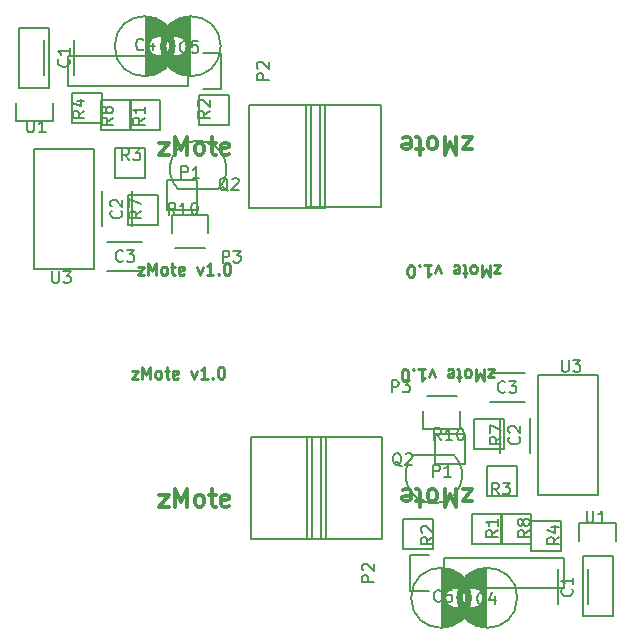
<source format=gto>
G04 #@! TF.FileFunction,Legend,Top*
%FSLAX46Y46*%
G04 Gerber Fmt 4.6, Leading zero omitted, Abs format (unit mm)*
G04 Created by KiCad (PCBNEW (after 2015-mar-04 BZR unknown)-product) date 06/27/15 23:08:47*
%MOMM*%
G01*
G04 APERTURE LIST*
%ADD10C,0.100000*%
%ADD11C,0.250000*%
%ADD12C,0.300000*%
%ADD13C,0.150000*%
%ADD14C,0.152400*%
G04 APERTURE END LIST*
D10*
D11*
X190142381Y-129709286D02*
X189618571Y-129709286D01*
X190142381Y-129042619D01*
X189618571Y-129042619D01*
X189237619Y-129042619D02*
X189237619Y-130042619D01*
X188904285Y-129328333D01*
X188570952Y-130042619D01*
X188570952Y-129042619D01*
X187951905Y-129042619D02*
X188047143Y-129090238D01*
X188094762Y-129137857D01*
X188142381Y-129233095D01*
X188142381Y-129518810D01*
X188094762Y-129614048D01*
X188047143Y-129661667D01*
X187951905Y-129709286D01*
X187809047Y-129709286D01*
X187713809Y-129661667D01*
X187666190Y-129614048D01*
X187618571Y-129518810D01*
X187618571Y-129233095D01*
X187666190Y-129137857D01*
X187713809Y-129090238D01*
X187809047Y-129042619D01*
X187951905Y-129042619D01*
X187332857Y-129709286D02*
X186951905Y-129709286D01*
X187190000Y-130042619D02*
X187190000Y-129185476D01*
X187142381Y-129090238D01*
X187047143Y-129042619D01*
X186951905Y-129042619D01*
X186237618Y-129090238D02*
X186332856Y-129042619D01*
X186523333Y-129042619D01*
X186618571Y-129090238D01*
X186666190Y-129185476D01*
X186666190Y-129566429D01*
X186618571Y-129661667D01*
X186523333Y-129709286D01*
X186332856Y-129709286D01*
X186237618Y-129661667D01*
X186189999Y-129566429D01*
X186189999Y-129471190D01*
X186666190Y-129375952D01*
X185094761Y-129709286D02*
X184856666Y-129042619D01*
X184618570Y-129709286D01*
X183713808Y-129042619D02*
X184285237Y-129042619D01*
X183999523Y-129042619D02*
X183999523Y-130042619D01*
X184094761Y-129899762D01*
X184189999Y-129804524D01*
X184285237Y-129756905D01*
X183285237Y-129137857D02*
X183237618Y-129090238D01*
X183285237Y-129042619D01*
X183332856Y-129090238D01*
X183285237Y-129137857D01*
X183285237Y-129042619D01*
X182618571Y-130042619D02*
X182523332Y-130042619D01*
X182428094Y-129995000D01*
X182380475Y-129947381D01*
X182332856Y-129852143D01*
X182285237Y-129661667D01*
X182285237Y-129423571D01*
X182332856Y-129233095D01*
X182380475Y-129137857D01*
X182428094Y-129090238D01*
X182523332Y-129042619D01*
X182618571Y-129042619D01*
X182713809Y-129090238D01*
X182761428Y-129137857D01*
X182809047Y-129233095D01*
X182856666Y-129423571D01*
X182856666Y-129661667D01*
X182809047Y-129852143D01*
X182761428Y-129947381D01*
X182713809Y-129995000D01*
X182618571Y-130042619D01*
D12*
X188290000Y-140216429D02*
X187504286Y-140216429D01*
X188290000Y-139216429D01*
X187504286Y-139216429D01*
X186932857Y-139216429D02*
X186932857Y-140716429D01*
X186432857Y-139645000D01*
X185932857Y-140716429D01*
X185932857Y-139216429D01*
X185004285Y-139216429D02*
X185147143Y-139287857D01*
X185218571Y-139359286D01*
X185290000Y-139502143D01*
X185290000Y-139930714D01*
X185218571Y-140073571D01*
X185147143Y-140145000D01*
X185004285Y-140216429D01*
X184790000Y-140216429D01*
X184647143Y-140145000D01*
X184575714Y-140073571D01*
X184504285Y-139930714D01*
X184504285Y-139502143D01*
X184575714Y-139359286D01*
X184647143Y-139287857D01*
X184790000Y-139216429D01*
X185004285Y-139216429D01*
X184075714Y-140216429D02*
X183504285Y-140216429D01*
X183861428Y-140716429D02*
X183861428Y-139430714D01*
X183790000Y-139287857D01*
X183647142Y-139216429D01*
X183504285Y-139216429D01*
X182432857Y-139287857D02*
X182575714Y-139216429D01*
X182861428Y-139216429D01*
X183004285Y-139287857D01*
X183075714Y-139430714D01*
X183075714Y-140002143D01*
X183004285Y-140145000D01*
X182861428Y-140216429D01*
X182575714Y-140216429D01*
X182432857Y-140145000D01*
X182361428Y-140002143D01*
X182361428Y-139859286D01*
X183075714Y-139716429D01*
X188290000Y-110416429D02*
X187504286Y-110416429D01*
X188290000Y-109416429D01*
X187504286Y-109416429D01*
X186932857Y-109416429D02*
X186932857Y-110916429D01*
X186432857Y-109845000D01*
X185932857Y-110916429D01*
X185932857Y-109416429D01*
X185004285Y-109416429D02*
X185147143Y-109487857D01*
X185218571Y-109559286D01*
X185290000Y-109702143D01*
X185290000Y-110130714D01*
X185218571Y-110273571D01*
X185147143Y-110345000D01*
X185004285Y-110416429D01*
X184790000Y-110416429D01*
X184647143Y-110345000D01*
X184575714Y-110273571D01*
X184504285Y-110130714D01*
X184504285Y-109702143D01*
X184575714Y-109559286D01*
X184647143Y-109487857D01*
X184790000Y-109416429D01*
X185004285Y-109416429D01*
X184075714Y-110416429D02*
X183504285Y-110416429D01*
X183861428Y-110916429D02*
X183861428Y-109630714D01*
X183790000Y-109487857D01*
X183647142Y-109416429D01*
X183504285Y-109416429D01*
X182432857Y-109487857D02*
X182575714Y-109416429D01*
X182861428Y-109416429D01*
X183004285Y-109487857D01*
X183075714Y-109630714D01*
X183075714Y-110202143D01*
X183004285Y-110345000D01*
X182861428Y-110416429D01*
X182575714Y-110416429D01*
X182432857Y-110345000D01*
X182361428Y-110202143D01*
X182361428Y-110059286D01*
X183075714Y-109916429D01*
D11*
X190642381Y-120909286D02*
X190118571Y-120909286D01*
X190642381Y-120242619D01*
X190118571Y-120242619D01*
X189737619Y-120242619D02*
X189737619Y-121242619D01*
X189404285Y-120528333D01*
X189070952Y-121242619D01*
X189070952Y-120242619D01*
X188451905Y-120242619D02*
X188547143Y-120290238D01*
X188594762Y-120337857D01*
X188642381Y-120433095D01*
X188642381Y-120718810D01*
X188594762Y-120814048D01*
X188547143Y-120861667D01*
X188451905Y-120909286D01*
X188309047Y-120909286D01*
X188213809Y-120861667D01*
X188166190Y-120814048D01*
X188118571Y-120718810D01*
X188118571Y-120433095D01*
X188166190Y-120337857D01*
X188213809Y-120290238D01*
X188309047Y-120242619D01*
X188451905Y-120242619D01*
X187832857Y-120909286D02*
X187451905Y-120909286D01*
X187690000Y-121242619D02*
X187690000Y-120385476D01*
X187642381Y-120290238D01*
X187547143Y-120242619D01*
X187451905Y-120242619D01*
X186737618Y-120290238D02*
X186832856Y-120242619D01*
X187023333Y-120242619D01*
X187118571Y-120290238D01*
X187166190Y-120385476D01*
X187166190Y-120766429D01*
X187118571Y-120861667D01*
X187023333Y-120909286D01*
X186832856Y-120909286D01*
X186737618Y-120861667D01*
X186689999Y-120766429D01*
X186689999Y-120671190D01*
X187166190Y-120575952D01*
X185594761Y-120909286D02*
X185356666Y-120242619D01*
X185118570Y-120909286D01*
X184213808Y-120242619D02*
X184785237Y-120242619D01*
X184499523Y-120242619D02*
X184499523Y-121242619D01*
X184594761Y-121099762D01*
X184689999Y-121004524D01*
X184785237Y-120956905D01*
X183785237Y-120337857D02*
X183737618Y-120290238D01*
X183785237Y-120242619D01*
X183832856Y-120290238D01*
X183785237Y-120337857D01*
X183785237Y-120242619D01*
X183118571Y-121242619D02*
X183023332Y-121242619D01*
X182928094Y-121195000D01*
X182880475Y-121147381D01*
X182832856Y-121052143D01*
X182785237Y-120861667D01*
X182785237Y-120623571D01*
X182832856Y-120433095D01*
X182880475Y-120337857D01*
X182928094Y-120290238D01*
X183023332Y-120242619D01*
X183118571Y-120242619D01*
X183213809Y-120290238D01*
X183261428Y-120337857D01*
X183309047Y-120433095D01*
X183356666Y-120623571D01*
X183356666Y-120861667D01*
X183309047Y-121052143D01*
X183261428Y-121147381D01*
X183213809Y-121195000D01*
X183118571Y-121242619D01*
X159437619Y-129180714D02*
X159961429Y-129180714D01*
X159437619Y-129847381D01*
X159961429Y-129847381D01*
X160342381Y-129847381D02*
X160342381Y-128847381D01*
X160675715Y-129561667D01*
X161009048Y-128847381D01*
X161009048Y-129847381D01*
X161628095Y-129847381D02*
X161532857Y-129799762D01*
X161485238Y-129752143D01*
X161437619Y-129656905D01*
X161437619Y-129371190D01*
X161485238Y-129275952D01*
X161532857Y-129228333D01*
X161628095Y-129180714D01*
X161770953Y-129180714D01*
X161866191Y-129228333D01*
X161913810Y-129275952D01*
X161961429Y-129371190D01*
X161961429Y-129656905D01*
X161913810Y-129752143D01*
X161866191Y-129799762D01*
X161770953Y-129847381D01*
X161628095Y-129847381D01*
X162247143Y-129180714D02*
X162628095Y-129180714D01*
X162390000Y-128847381D02*
X162390000Y-129704524D01*
X162437619Y-129799762D01*
X162532857Y-129847381D01*
X162628095Y-129847381D01*
X163342382Y-129799762D02*
X163247144Y-129847381D01*
X163056667Y-129847381D01*
X162961429Y-129799762D01*
X162913810Y-129704524D01*
X162913810Y-129323571D01*
X162961429Y-129228333D01*
X163056667Y-129180714D01*
X163247144Y-129180714D01*
X163342382Y-129228333D01*
X163390001Y-129323571D01*
X163390001Y-129418810D01*
X162913810Y-129514048D01*
X164485239Y-129180714D02*
X164723334Y-129847381D01*
X164961430Y-129180714D01*
X165866192Y-129847381D02*
X165294763Y-129847381D01*
X165580477Y-129847381D02*
X165580477Y-128847381D01*
X165485239Y-128990238D01*
X165390001Y-129085476D01*
X165294763Y-129133095D01*
X166294763Y-129752143D02*
X166342382Y-129799762D01*
X166294763Y-129847381D01*
X166247144Y-129799762D01*
X166294763Y-129752143D01*
X166294763Y-129847381D01*
X166961429Y-128847381D02*
X167056668Y-128847381D01*
X167151906Y-128895000D01*
X167199525Y-128942619D01*
X167247144Y-129037857D01*
X167294763Y-129228333D01*
X167294763Y-129466429D01*
X167247144Y-129656905D01*
X167199525Y-129752143D01*
X167151906Y-129799762D01*
X167056668Y-129847381D01*
X166961429Y-129847381D01*
X166866191Y-129799762D01*
X166818572Y-129752143D01*
X166770953Y-129656905D01*
X166723334Y-129466429D01*
X166723334Y-129228333D01*
X166770953Y-129037857D01*
X166818572Y-128942619D01*
X166866191Y-128895000D01*
X166961429Y-128847381D01*
D12*
X161790000Y-139673571D02*
X162575714Y-139673571D01*
X161790000Y-140673571D01*
X162575714Y-140673571D01*
X163147143Y-140673571D02*
X163147143Y-139173571D01*
X163647143Y-140245000D01*
X164147143Y-139173571D01*
X164147143Y-140673571D01*
X165075715Y-140673571D02*
X164932857Y-140602143D01*
X164861429Y-140530714D01*
X164790000Y-140387857D01*
X164790000Y-139959286D01*
X164861429Y-139816429D01*
X164932857Y-139745000D01*
X165075715Y-139673571D01*
X165290000Y-139673571D01*
X165432857Y-139745000D01*
X165504286Y-139816429D01*
X165575715Y-139959286D01*
X165575715Y-140387857D01*
X165504286Y-140530714D01*
X165432857Y-140602143D01*
X165290000Y-140673571D01*
X165075715Y-140673571D01*
X166004286Y-139673571D02*
X166575715Y-139673571D01*
X166218572Y-139173571D02*
X166218572Y-140459286D01*
X166290000Y-140602143D01*
X166432858Y-140673571D01*
X166575715Y-140673571D01*
X167647143Y-140602143D02*
X167504286Y-140673571D01*
X167218572Y-140673571D01*
X167075715Y-140602143D01*
X167004286Y-140459286D01*
X167004286Y-139887857D01*
X167075715Y-139745000D01*
X167218572Y-139673571D01*
X167504286Y-139673571D01*
X167647143Y-139745000D01*
X167718572Y-139887857D01*
X167718572Y-140030714D01*
X167004286Y-140173571D01*
X161790000Y-109873571D02*
X162575714Y-109873571D01*
X161790000Y-110873571D01*
X162575714Y-110873571D01*
X163147143Y-110873571D02*
X163147143Y-109373571D01*
X163647143Y-110445000D01*
X164147143Y-109373571D01*
X164147143Y-110873571D01*
X165075715Y-110873571D02*
X164932857Y-110802143D01*
X164861429Y-110730714D01*
X164790000Y-110587857D01*
X164790000Y-110159286D01*
X164861429Y-110016429D01*
X164932857Y-109945000D01*
X165075715Y-109873571D01*
X165290000Y-109873571D01*
X165432857Y-109945000D01*
X165504286Y-110016429D01*
X165575715Y-110159286D01*
X165575715Y-110587857D01*
X165504286Y-110730714D01*
X165432857Y-110802143D01*
X165290000Y-110873571D01*
X165075715Y-110873571D01*
X166004286Y-109873571D02*
X166575715Y-109873571D01*
X166218572Y-109373571D02*
X166218572Y-110659286D01*
X166290000Y-110802143D01*
X166432858Y-110873571D01*
X166575715Y-110873571D01*
X167647143Y-110802143D02*
X167504286Y-110873571D01*
X167218572Y-110873571D01*
X167075715Y-110802143D01*
X167004286Y-110659286D01*
X167004286Y-110087857D01*
X167075715Y-109945000D01*
X167218572Y-109873571D01*
X167504286Y-109873571D01*
X167647143Y-109945000D01*
X167718572Y-110087857D01*
X167718572Y-110230714D01*
X167004286Y-110373571D01*
D11*
X159937619Y-120380714D02*
X160461429Y-120380714D01*
X159937619Y-121047381D01*
X160461429Y-121047381D01*
X160842381Y-121047381D02*
X160842381Y-120047381D01*
X161175715Y-120761667D01*
X161509048Y-120047381D01*
X161509048Y-121047381D01*
X162128095Y-121047381D02*
X162032857Y-120999762D01*
X161985238Y-120952143D01*
X161937619Y-120856905D01*
X161937619Y-120571190D01*
X161985238Y-120475952D01*
X162032857Y-120428333D01*
X162128095Y-120380714D01*
X162270953Y-120380714D01*
X162366191Y-120428333D01*
X162413810Y-120475952D01*
X162461429Y-120571190D01*
X162461429Y-120856905D01*
X162413810Y-120952143D01*
X162366191Y-120999762D01*
X162270953Y-121047381D01*
X162128095Y-121047381D01*
X162747143Y-120380714D02*
X163128095Y-120380714D01*
X162890000Y-120047381D02*
X162890000Y-120904524D01*
X162937619Y-120999762D01*
X163032857Y-121047381D01*
X163128095Y-121047381D01*
X163842382Y-120999762D02*
X163747144Y-121047381D01*
X163556667Y-121047381D01*
X163461429Y-120999762D01*
X163413810Y-120904524D01*
X163413810Y-120523571D01*
X163461429Y-120428333D01*
X163556667Y-120380714D01*
X163747144Y-120380714D01*
X163842382Y-120428333D01*
X163890001Y-120523571D01*
X163890001Y-120618810D01*
X163413810Y-120714048D01*
X164985239Y-120380714D02*
X165223334Y-121047381D01*
X165461430Y-120380714D01*
X166366192Y-121047381D02*
X165794763Y-121047381D01*
X166080477Y-121047381D02*
X166080477Y-120047381D01*
X165985239Y-120190238D01*
X165890001Y-120285476D01*
X165794763Y-120333095D01*
X166794763Y-120952143D02*
X166842382Y-120999762D01*
X166794763Y-121047381D01*
X166747144Y-120999762D01*
X166794763Y-120952143D01*
X166794763Y-121047381D01*
X167461429Y-120047381D02*
X167556668Y-120047381D01*
X167651906Y-120095000D01*
X167699525Y-120142619D01*
X167747144Y-120237857D01*
X167794763Y-120428333D01*
X167794763Y-120666429D01*
X167747144Y-120856905D01*
X167699525Y-120952143D01*
X167651906Y-120999762D01*
X167556668Y-121047381D01*
X167461429Y-121047381D01*
X167366191Y-120999762D01*
X167318572Y-120952143D01*
X167270953Y-120856905D01*
X167223334Y-120666429D01*
X167223334Y-120428333D01*
X167270953Y-120237857D01*
X167318572Y-120142619D01*
X167366191Y-120095000D01*
X167461429Y-120047381D01*
D13*
X187630000Y-137065000D02*
X185090000Y-137065000D01*
X185090000Y-137065000D02*
X185090000Y-134525000D01*
X185090000Y-134525000D02*
X187630000Y-134525000D01*
X187630000Y-134525000D02*
X187630000Y-137065000D01*
X190720000Y-143835000D02*
X190720000Y-141295000D01*
X190720000Y-141295000D02*
X193260000Y-141295000D01*
X193260000Y-141295000D02*
X193260000Y-143835000D01*
X193260000Y-143835000D02*
X190720000Y-143835000D01*
X190960000Y-133255000D02*
X190960000Y-135795000D01*
X190960000Y-135795000D02*
X188420000Y-135795000D01*
X188420000Y-135795000D02*
X188420000Y-133255000D01*
X188420000Y-133255000D02*
X190960000Y-133255000D01*
X195760000Y-141855000D02*
X195760000Y-144395000D01*
X195760000Y-144395000D02*
X193220000Y-144395000D01*
X193220000Y-144395000D02*
X193220000Y-141855000D01*
X193220000Y-141855000D02*
X195760000Y-141855000D01*
X192030000Y-139765000D02*
X189490000Y-139765000D01*
X189490000Y-139765000D02*
X189490000Y-137225000D01*
X189490000Y-137225000D02*
X192030000Y-137225000D01*
X192030000Y-137225000D02*
X192030000Y-139765000D01*
X184960000Y-141755000D02*
X184960000Y-144295000D01*
X184960000Y-144295000D02*
X182420000Y-144295000D01*
X182420000Y-144295000D02*
X182420000Y-141755000D01*
X182420000Y-141755000D02*
X184960000Y-141755000D01*
X188220000Y-143835000D02*
X188220000Y-141295000D01*
X188220000Y-141295000D02*
X190760000Y-141295000D01*
X190760000Y-141295000D02*
X190760000Y-143835000D01*
X190760000Y-143835000D02*
X188220000Y-143835000D01*
X184590000Y-147845000D02*
X183040000Y-147845000D01*
X183040000Y-147845000D02*
X183040000Y-144745000D01*
X183040000Y-144745000D02*
X184590000Y-144745000D01*
X185860000Y-145025000D02*
X196020000Y-145025000D01*
X196020000Y-145025000D02*
X196020000Y-147565000D01*
X196020000Y-147565000D02*
X185860000Y-147565000D01*
X185860000Y-145025000D02*
X185860000Y-147565000D01*
X184140000Y-134145000D02*
X184140000Y-132595000D01*
X187240000Y-132595000D02*
X187240000Y-134145000D01*
X187240000Y-134145000D02*
X184140000Y-134145000D01*
X186960000Y-131325000D02*
X184420000Y-131325000D01*
D14*
X196366000Y-129569000D02*
X193826000Y-129569000D01*
X193826000Y-129569000D02*
X193826000Y-132109000D01*
X193826000Y-132109000D02*
X193826000Y-139729000D01*
X193826000Y-139729000D02*
X198906000Y-139729000D01*
X198906000Y-139729000D02*
X198906000Y-129569000D01*
X198906000Y-129569000D02*
X196366000Y-129569000D01*
D13*
X190640000Y-136145000D02*
X190640000Y-133145000D01*
X193140000Y-133145000D02*
X193140000Y-136145000D01*
X192740000Y-131845000D02*
X189740000Y-131845000D01*
X189740000Y-129345000D02*
X192740000Y-129345000D01*
X189465000Y-150894000D02*
X189465000Y-145896000D01*
X189325000Y-150886000D02*
X189325000Y-145904000D01*
X189185000Y-150870000D02*
X189185000Y-148490000D01*
X189185000Y-148300000D02*
X189185000Y-145920000D01*
X189045000Y-150846000D02*
X189045000Y-148885000D01*
X189045000Y-147905000D02*
X189045000Y-145944000D01*
X188905000Y-150813000D02*
X188905000Y-149052000D01*
X188905000Y-147738000D02*
X188905000Y-145977000D01*
X188765000Y-150772000D02*
X188765000Y-149159000D01*
X188765000Y-147631000D02*
X188765000Y-146018000D01*
X188625000Y-150722000D02*
X188625000Y-149230000D01*
X188625000Y-147560000D02*
X188625000Y-146068000D01*
X188485000Y-150661000D02*
X188485000Y-149274000D01*
X188485000Y-147516000D02*
X188485000Y-146129000D01*
X188345000Y-150591000D02*
X188345000Y-149293000D01*
X188345000Y-147497000D02*
X188345000Y-146199000D01*
X188205000Y-150509000D02*
X188205000Y-149291000D01*
X188205000Y-147499000D02*
X188205000Y-146281000D01*
X188065000Y-150414000D02*
X188065000Y-149266000D01*
X188065000Y-147524000D02*
X188065000Y-146376000D01*
X187925000Y-150303000D02*
X187925000Y-149218000D01*
X187925000Y-147572000D02*
X187925000Y-146487000D01*
X187785000Y-150175000D02*
X187785000Y-149140000D01*
X187785000Y-147650000D02*
X187785000Y-146615000D01*
X187645000Y-150026000D02*
X187645000Y-149023000D01*
X187645000Y-147767000D02*
X187645000Y-146764000D01*
X187505000Y-149847000D02*
X187505000Y-148835000D01*
X187505000Y-147955000D02*
X187505000Y-146943000D01*
X187365000Y-149628000D02*
X187365000Y-147162000D01*
X187225000Y-149339000D02*
X187225000Y-147451000D01*
X187085000Y-148867000D02*
X187085000Y-147923000D01*
X189190000Y-148395000D02*
G75*
G03X189190000Y-148395000I-900000J0D01*
G01*
X192077500Y-148395000D02*
G75*
G03X192077500Y-148395000I-2537500J0D01*
G01*
X185715000Y-145896000D02*
X185715000Y-150894000D01*
X185855000Y-145904000D02*
X185855000Y-150886000D01*
X185995000Y-145920000D02*
X185995000Y-148300000D01*
X185995000Y-148490000D02*
X185995000Y-150870000D01*
X186135000Y-145944000D02*
X186135000Y-147905000D01*
X186135000Y-148885000D02*
X186135000Y-150846000D01*
X186275000Y-145977000D02*
X186275000Y-147738000D01*
X186275000Y-149052000D02*
X186275000Y-150813000D01*
X186415000Y-146018000D02*
X186415000Y-147631000D01*
X186415000Y-149159000D02*
X186415000Y-150772000D01*
X186555000Y-146068000D02*
X186555000Y-147560000D01*
X186555000Y-149230000D02*
X186555000Y-150722000D01*
X186695000Y-146129000D02*
X186695000Y-147516000D01*
X186695000Y-149274000D02*
X186695000Y-150661000D01*
X186835000Y-146199000D02*
X186835000Y-147497000D01*
X186835000Y-149293000D02*
X186835000Y-150591000D01*
X186975000Y-146281000D02*
X186975000Y-147499000D01*
X186975000Y-149291000D02*
X186975000Y-150509000D01*
X187115000Y-146376000D02*
X187115000Y-147524000D01*
X187115000Y-149266000D02*
X187115000Y-150414000D01*
X187255000Y-146487000D02*
X187255000Y-147572000D01*
X187255000Y-149218000D02*
X187255000Y-150303000D01*
X187395000Y-146615000D02*
X187395000Y-147650000D01*
X187395000Y-149140000D02*
X187395000Y-150175000D01*
X187535000Y-146764000D02*
X187535000Y-147767000D01*
X187535000Y-149023000D02*
X187535000Y-150026000D01*
X187675000Y-146943000D02*
X187675000Y-147955000D01*
X187675000Y-148835000D02*
X187675000Y-149847000D01*
X187815000Y-147162000D02*
X187815000Y-149628000D01*
X187955000Y-147451000D02*
X187955000Y-149339000D01*
X188095000Y-147923000D02*
X188095000Y-148867000D01*
X187790000Y-148395000D02*
G75*
G03X187790000Y-148395000I-900000J0D01*
G01*
X188177500Y-148395000D02*
G75*
G03X188177500Y-148395000I-2537500J0D01*
G01*
X174262540Y-134739100D02*
X174262540Y-143439100D01*
X180667540Y-134739100D02*
X180667540Y-143439100D01*
X180667540Y-143439100D02*
X174262540Y-143439100D01*
X175492540Y-143439100D02*
X175492540Y-134739100D01*
X174262540Y-134739100D02*
X180667540Y-134739100D01*
X186720000Y-136295000D02*
X183320000Y-136295000D01*
X186717056Y-136297944D02*
G75*
G02X185020000Y-140395000I-1697056J-1697056D01*
G01*
X183322944Y-136297944D02*
G75*
G03X185020000Y-140395000I1697056J-1697056D01*
G01*
X197620000Y-144865000D02*
X197620000Y-149945000D01*
X197620000Y-149945000D02*
X200160000Y-149945000D01*
X200160000Y-149945000D02*
X200160000Y-144865000D01*
X200440000Y-142045000D02*
X200440000Y-143595000D01*
X200160000Y-144865000D02*
X197620000Y-144865000D01*
X197340000Y-143595000D02*
X197340000Y-142045000D01*
X197340000Y-142045000D02*
X200440000Y-142045000D01*
X195540000Y-148945000D02*
X195540000Y-145945000D01*
X198040000Y-145945000D02*
X198040000Y-148945000D01*
X174162540Y-106649100D02*
X174162540Y-115349100D01*
X180567540Y-106649100D02*
X180567540Y-115349100D01*
X180567540Y-115349100D02*
X174162540Y-115349100D01*
X175392540Y-115349100D02*
X175392540Y-106649100D01*
X174162540Y-106649100D02*
X180567540Y-106649100D01*
X175917460Y-143440900D02*
X175917460Y-134740900D01*
X169512460Y-143440900D02*
X169512460Y-134740900D01*
X169512460Y-134740900D02*
X175917460Y-134740900D01*
X174687460Y-134740900D02*
X174687460Y-143440900D01*
X175917460Y-143440900D02*
X169512460Y-143440900D01*
X154540000Y-101145000D02*
X154540000Y-104145000D01*
X152040000Y-104145000D02*
X152040000Y-101145000D01*
X152460000Y-105225000D02*
X152460000Y-100145000D01*
X152460000Y-100145000D02*
X149920000Y-100145000D01*
X149920000Y-100145000D02*
X149920000Y-105225000D01*
X149640000Y-108045000D02*
X149640000Y-106495000D01*
X149920000Y-105225000D02*
X152460000Y-105225000D01*
X152740000Y-106495000D02*
X152740000Y-108045000D01*
X152740000Y-108045000D02*
X149640000Y-108045000D01*
X163360000Y-113795000D02*
X166760000Y-113795000D01*
X163362944Y-113792056D02*
G75*
G02X165060000Y-109695000I1697056J1697056D01*
G01*
X166757056Y-113792056D02*
G75*
G03X165060000Y-109695000I-1697056J1697056D01*
G01*
X175817460Y-115350900D02*
X175817460Y-106650900D01*
X169412460Y-115350900D02*
X169412460Y-106650900D01*
X169412460Y-106650900D02*
X175817460Y-106650900D01*
X174587460Y-106650900D02*
X174587460Y-115350900D01*
X175817460Y-115350900D02*
X169412460Y-115350900D01*
X164365000Y-104194000D02*
X164365000Y-99196000D01*
X164225000Y-104186000D02*
X164225000Y-99204000D01*
X164085000Y-104170000D02*
X164085000Y-101790000D01*
X164085000Y-101600000D02*
X164085000Y-99220000D01*
X163945000Y-104146000D02*
X163945000Y-102185000D01*
X163945000Y-101205000D02*
X163945000Y-99244000D01*
X163805000Y-104113000D02*
X163805000Y-102352000D01*
X163805000Y-101038000D02*
X163805000Y-99277000D01*
X163665000Y-104072000D02*
X163665000Y-102459000D01*
X163665000Y-100931000D02*
X163665000Y-99318000D01*
X163525000Y-104022000D02*
X163525000Y-102530000D01*
X163525000Y-100860000D02*
X163525000Y-99368000D01*
X163385000Y-103961000D02*
X163385000Y-102574000D01*
X163385000Y-100816000D02*
X163385000Y-99429000D01*
X163245000Y-103891000D02*
X163245000Y-102593000D01*
X163245000Y-100797000D02*
X163245000Y-99499000D01*
X163105000Y-103809000D02*
X163105000Y-102591000D01*
X163105000Y-100799000D02*
X163105000Y-99581000D01*
X162965000Y-103714000D02*
X162965000Y-102566000D01*
X162965000Y-100824000D02*
X162965000Y-99676000D01*
X162825000Y-103603000D02*
X162825000Y-102518000D01*
X162825000Y-100872000D02*
X162825000Y-99787000D01*
X162685000Y-103475000D02*
X162685000Y-102440000D01*
X162685000Y-100950000D02*
X162685000Y-99915000D01*
X162545000Y-103326000D02*
X162545000Y-102323000D01*
X162545000Y-101067000D02*
X162545000Y-100064000D01*
X162405000Y-103147000D02*
X162405000Y-102135000D01*
X162405000Y-101255000D02*
X162405000Y-100243000D01*
X162265000Y-102928000D02*
X162265000Y-100462000D01*
X162125000Y-102639000D02*
X162125000Y-100751000D01*
X161985000Y-102167000D02*
X161985000Y-101223000D01*
X164090000Y-101695000D02*
G75*
G03X164090000Y-101695000I-900000J0D01*
G01*
X166977500Y-101695000D02*
G75*
G03X166977500Y-101695000I-2537500J0D01*
G01*
X160615000Y-99196000D02*
X160615000Y-104194000D01*
X160755000Y-99204000D02*
X160755000Y-104186000D01*
X160895000Y-99220000D02*
X160895000Y-101600000D01*
X160895000Y-101790000D02*
X160895000Y-104170000D01*
X161035000Y-99244000D02*
X161035000Y-101205000D01*
X161035000Y-102185000D02*
X161035000Y-104146000D01*
X161175000Y-99277000D02*
X161175000Y-101038000D01*
X161175000Y-102352000D02*
X161175000Y-104113000D01*
X161315000Y-99318000D02*
X161315000Y-100931000D01*
X161315000Y-102459000D02*
X161315000Y-104072000D01*
X161455000Y-99368000D02*
X161455000Y-100860000D01*
X161455000Y-102530000D02*
X161455000Y-104022000D01*
X161595000Y-99429000D02*
X161595000Y-100816000D01*
X161595000Y-102574000D02*
X161595000Y-103961000D01*
X161735000Y-99499000D02*
X161735000Y-100797000D01*
X161735000Y-102593000D02*
X161735000Y-103891000D01*
X161875000Y-99581000D02*
X161875000Y-100799000D01*
X161875000Y-102591000D02*
X161875000Y-103809000D01*
X162015000Y-99676000D02*
X162015000Y-100824000D01*
X162015000Y-102566000D02*
X162015000Y-103714000D01*
X162155000Y-99787000D02*
X162155000Y-100872000D01*
X162155000Y-102518000D02*
X162155000Y-103603000D01*
X162295000Y-99915000D02*
X162295000Y-100950000D01*
X162295000Y-102440000D02*
X162295000Y-103475000D01*
X162435000Y-100064000D02*
X162435000Y-101067000D01*
X162435000Y-102323000D02*
X162435000Y-103326000D01*
X162575000Y-100243000D02*
X162575000Y-101255000D01*
X162575000Y-102135000D02*
X162575000Y-103147000D01*
X162715000Y-100462000D02*
X162715000Y-102928000D01*
X162855000Y-100751000D02*
X162855000Y-102639000D01*
X162995000Y-101223000D02*
X162995000Y-102167000D01*
X162690000Y-101695000D02*
G75*
G03X162690000Y-101695000I-900000J0D01*
G01*
X163077500Y-101695000D02*
G75*
G03X163077500Y-101695000I-2537500J0D01*
G01*
X157340000Y-118245000D02*
X160340000Y-118245000D01*
X160340000Y-120745000D02*
X157340000Y-120745000D01*
X159440000Y-113945000D02*
X159440000Y-116945000D01*
X156940000Y-116945000D02*
X156940000Y-113945000D01*
D14*
X153714000Y-120521000D02*
X156254000Y-120521000D01*
X156254000Y-120521000D02*
X156254000Y-117981000D01*
X156254000Y-117981000D02*
X156254000Y-110361000D01*
X156254000Y-110361000D02*
X151174000Y-110361000D01*
X151174000Y-110361000D02*
X151174000Y-120521000D01*
X151174000Y-120521000D02*
X153714000Y-120521000D01*
D13*
X165940000Y-115945000D02*
X165940000Y-117495000D01*
X162840000Y-117495000D02*
X162840000Y-115945000D01*
X162840000Y-115945000D02*
X165940000Y-115945000D01*
X163120000Y-118765000D02*
X165660000Y-118765000D01*
X165490000Y-102245000D02*
X167040000Y-102245000D01*
X167040000Y-102245000D02*
X167040000Y-105345000D01*
X167040000Y-105345000D02*
X165490000Y-105345000D01*
X164220000Y-105065000D02*
X154060000Y-105065000D01*
X154060000Y-105065000D02*
X154060000Y-102525000D01*
X154060000Y-102525000D02*
X164220000Y-102525000D01*
X164220000Y-105065000D02*
X164220000Y-102525000D01*
X161860000Y-106255000D02*
X161860000Y-108795000D01*
X161860000Y-108795000D02*
X159320000Y-108795000D01*
X159320000Y-108795000D02*
X159320000Y-106255000D01*
X159320000Y-106255000D02*
X161860000Y-106255000D01*
X165120000Y-108335000D02*
X165120000Y-105795000D01*
X165120000Y-105795000D02*
X167660000Y-105795000D01*
X167660000Y-105795000D02*
X167660000Y-108335000D01*
X167660000Y-108335000D02*
X165120000Y-108335000D01*
X158050000Y-110325000D02*
X160590000Y-110325000D01*
X160590000Y-110325000D02*
X160590000Y-112865000D01*
X160590000Y-112865000D02*
X158050000Y-112865000D01*
X158050000Y-112865000D02*
X158050000Y-110325000D01*
X154420000Y-108235000D02*
X154420000Y-105695000D01*
X154420000Y-105695000D02*
X156960000Y-105695000D01*
X156960000Y-105695000D02*
X156960000Y-108235000D01*
X156960000Y-108235000D02*
X154420000Y-108235000D01*
X159120000Y-116835000D02*
X159120000Y-114295000D01*
X159120000Y-114295000D02*
X161660000Y-114295000D01*
X161660000Y-114295000D02*
X161660000Y-116835000D01*
X161660000Y-116835000D02*
X159120000Y-116835000D01*
X159360000Y-106255000D02*
X159360000Y-108795000D01*
X159360000Y-108795000D02*
X156820000Y-108795000D01*
X156820000Y-108795000D02*
X156820000Y-106255000D01*
X156820000Y-106255000D02*
X159360000Y-106255000D01*
X162450000Y-113025000D02*
X164990000Y-113025000D01*
X164990000Y-113025000D02*
X164990000Y-115565000D01*
X164990000Y-115565000D02*
X162450000Y-115565000D01*
X162450000Y-115565000D02*
X162450000Y-113025000D01*
X181471905Y-130987381D02*
X181471905Y-129987381D01*
X181852858Y-129987381D01*
X181948096Y-130035000D01*
X181995715Y-130082619D01*
X182043334Y-130177857D01*
X182043334Y-130320714D01*
X181995715Y-130415952D01*
X181948096Y-130463571D01*
X181852858Y-130511190D01*
X181471905Y-130511190D01*
X182376667Y-129987381D02*
X182995715Y-129987381D01*
X182662381Y-130368333D01*
X182805239Y-130368333D01*
X182900477Y-130415952D01*
X182948096Y-130463571D01*
X182995715Y-130558810D01*
X182995715Y-130796905D01*
X182948096Y-130892143D01*
X182900477Y-130939762D01*
X182805239Y-130987381D01*
X182519524Y-130987381D01*
X182424286Y-130939762D01*
X182376667Y-130892143D01*
X185647143Y-135047381D02*
X185313809Y-134571190D01*
X185075714Y-135047381D02*
X185075714Y-134047381D01*
X185456667Y-134047381D01*
X185551905Y-134095000D01*
X185599524Y-134142619D01*
X185647143Y-134237857D01*
X185647143Y-134380714D01*
X185599524Y-134475952D01*
X185551905Y-134523571D01*
X185456667Y-134571190D01*
X185075714Y-134571190D01*
X186599524Y-135047381D02*
X186028095Y-135047381D01*
X186313809Y-135047381D02*
X186313809Y-134047381D01*
X186218571Y-134190238D01*
X186123333Y-134285476D01*
X186028095Y-134333095D01*
X187218571Y-134047381D02*
X187313810Y-134047381D01*
X187409048Y-134095000D01*
X187456667Y-134142619D01*
X187504286Y-134237857D01*
X187551905Y-134428333D01*
X187551905Y-134666429D01*
X187504286Y-134856905D01*
X187456667Y-134952143D01*
X187409048Y-134999762D01*
X187313810Y-135047381D01*
X187218571Y-135047381D01*
X187123333Y-134999762D01*
X187075714Y-134952143D01*
X187028095Y-134856905D01*
X186980476Y-134666429D01*
X186980476Y-134428333D01*
X187028095Y-134237857D01*
X187075714Y-134142619D01*
X187123333Y-134095000D01*
X187218571Y-134047381D01*
X193142381Y-142661666D02*
X192666190Y-142995000D01*
X193142381Y-143233095D02*
X192142381Y-143233095D01*
X192142381Y-142852142D01*
X192190000Y-142756904D01*
X192237619Y-142709285D01*
X192332857Y-142661666D01*
X192475714Y-142661666D01*
X192570952Y-142709285D01*
X192618571Y-142756904D01*
X192666190Y-142852142D01*
X192666190Y-143233095D01*
X192570952Y-142090238D02*
X192523333Y-142185476D01*
X192475714Y-142233095D01*
X192380476Y-142280714D01*
X192332857Y-142280714D01*
X192237619Y-142233095D01*
X192190000Y-142185476D01*
X192142381Y-142090238D01*
X192142381Y-141899761D01*
X192190000Y-141804523D01*
X192237619Y-141756904D01*
X192332857Y-141709285D01*
X192380476Y-141709285D01*
X192475714Y-141756904D01*
X192523333Y-141804523D01*
X192570952Y-141899761D01*
X192570952Y-142090238D01*
X192618571Y-142185476D01*
X192666190Y-142233095D01*
X192761429Y-142280714D01*
X192951905Y-142280714D01*
X193047143Y-142233095D01*
X193094762Y-142185476D01*
X193142381Y-142090238D01*
X193142381Y-141899761D01*
X193094762Y-141804523D01*
X193047143Y-141756904D01*
X192951905Y-141709285D01*
X192761429Y-141709285D01*
X192666190Y-141756904D01*
X192618571Y-141804523D01*
X192570952Y-141899761D01*
X190742381Y-134761666D02*
X190266190Y-135095000D01*
X190742381Y-135333095D02*
X189742381Y-135333095D01*
X189742381Y-134952142D01*
X189790000Y-134856904D01*
X189837619Y-134809285D01*
X189932857Y-134761666D01*
X190075714Y-134761666D01*
X190170952Y-134809285D01*
X190218571Y-134856904D01*
X190266190Y-134952142D01*
X190266190Y-135333095D01*
X189742381Y-134428333D02*
X189742381Y-133761666D01*
X190742381Y-134190238D01*
X195642381Y-143261666D02*
X195166190Y-143595000D01*
X195642381Y-143833095D02*
X194642381Y-143833095D01*
X194642381Y-143452142D01*
X194690000Y-143356904D01*
X194737619Y-143309285D01*
X194832857Y-143261666D01*
X194975714Y-143261666D01*
X195070952Y-143309285D01*
X195118571Y-143356904D01*
X195166190Y-143452142D01*
X195166190Y-143833095D01*
X194975714Y-142404523D02*
X195642381Y-142404523D01*
X194594762Y-142642619D02*
X195309048Y-142880714D01*
X195309048Y-142261666D01*
X190523334Y-139647381D02*
X190190000Y-139171190D01*
X189951905Y-139647381D02*
X189951905Y-138647381D01*
X190332858Y-138647381D01*
X190428096Y-138695000D01*
X190475715Y-138742619D01*
X190523334Y-138837857D01*
X190523334Y-138980714D01*
X190475715Y-139075952D01*
X190428096Y-139123571D01*
X190332858Y-139171190D01*
X189951905Y-139171190D01*
X190856667Y-138647381D02*
X191475715Y-138647381D01*
X191142381Y-139028333D01*
X191285239Y-139028333D01*
X191380477Y-139075952D01*
X191428096Y-139123571D01*
X191475715Y-139218810D01*
X191475715Y-139456905D01*
X191428096Y-139552143D01*
X191380477Y-139599762D01*
X191285239Y-139647381D01*
X190999524Y-139647381D01*
X190904286Y-139599762D01*
X190856667Y-139552143D01*
X184942381Y-143261666D02*
X184466190Y-143595000D01*
X184942381Y-143833095D02*
X183942381Y-143833095D01*
X183942381Y-143452142D01*
X183990000Y-143356904D01*
X184037619Y-143309285D01*
X184132857Y-143261666D01*
X184275714Y-143261666D01*
X184370952Y-143309285D01*
X184418571Y-143356904D01*
X184466190Y-143452142D01*
X184466190Y-143833095D01*
X184037619Y-142880714D02*
X183990000Y-142833095D01*
X183942381Y-142737857D01*
X183942381Y-142499761D01*
X183990000Y-142404523D01*
X184037619Y-142356904D01*
X184132857Y-142309285D01*
X184228095Y-142309285D01*
X184370952Y-142356904D01*
X184942381Y-142928333D01*
X184942381Y-142309285D01*
X190442381Y-142661666D02*
X189966190Y-142995000D01*
X190442381Y-143233095D02*
X189442381Y-143233095D01*
X189442381Y-142852142D01*
X189490000Y-142756904D01*
X189537619Y-142709285D01*
X189632857Y-142661666D01*
X189775714Y-142661666D01*
X189870952Y-142709285D01*
X189918571Y-142756904D01*
X189966190Y-142852142D01*
X189966190Y-143233095D01*
X190442381Y-141709285D02*
X190442381Y-142280714D01*
X190442381Y-141995000D02*
X189442381Y-141995000D01*
X189585238Y-142090238D01*
X189680476Y-142185476D01*
X189728095Y-142280714D01*
X179942381Y-147033095D02*
X178942381Y-147033095D01*
X178942381Y-146652142D01*
X178990000Y-146556904D01*
X179037619Y-146509285D01*
X179132857Y-146461666D01*
X179275714Y-146461666D01*
X179370952Y-146509285D01*
X179418571Y-146556904D01*
X179466190Y-146652142D01*
X179466190Y-147033095D01*
X179037619Y-146080714D02*
X178990000Y-146033095D01*
X178942381Y-145937857D01*
X178942381Y-145699761D01*
X178990000Y-145604523D01*
X179037619Y-145556904D01*
X179132857Y-145509285D01*
X179228095Y-145509285D01*
X179370952Y-145556904D01*
X179942381Y-146128333D01*
X179942381Y-145509285D01*
X184951905Y-138147381D02*
X184951905Y-137147381D01*
X185332858Y-137147381D01*
X185428096Y-137195000D01*
X185475715Y-137242619D01*
X185523334Y-137337857D01*
X185523334Y-137480714D01*
X185475715Y-137575952D01*
X185428096Y-137623571D01*
X185332858Y-137671190D01*
X184951905Y-137671190D01*
X186475715Y-138147381D02*
X185904286Y-138147381D01*
X186190000Y-138147381D02*
X186190000Y-137147381D01*
X186094762Y-137290238D01*
X185999524Y-137385476D01*
X185904286Y-137433095D01*
X195858095Y-128259381D02*
X195858095Y-129068905D01*
X195905714Y-129164143D01*
X195953333Y-129211762D01*
X196048571Y-129259381D01*
X196239048Y-129259381D01*
X196334286Y-129211762D01*
X196381905Y-129164143D01*
X196429524Y-129068905D01*
X196429524Y-128259381D01*
X196810476Y-128259381D02*
X197429524Y-128259381D01*
X197096190Y-128640333D01*
X197239048Y-128640333D01*
X197334286Y-128687952D01*
X197381905Y-128735571D01*
X197429524Y-128830810D01*
X197429524Y-129068905D01*
X197381905Y-129164143D01*
X197334286Y-129211762D01*
X197239048Y-129259381D01*
X196953333Y-129259381D01*
X196858095Y-129211762D01*
X196810476Y-129164143D01*
X192247143Y-134791666D02*
X192294762Y-134839285D01*
X192342381Y-134982142D01*
X192342381Y-135077380D01*
X192294762Y-135220238D01*
X192199524Y-135315476D01*
X192104286Y-135363095D01*
X191913810Y-135410714D01*
X191770952Y-135410714D01*
X191580476Y-135363095D01*
X191485238Y-135315476D01*
X191390000Y-135220238D01*
X191342381Y-135077380D01*
X191342381Y-134982142D01*
X191390000Y-134839285D01*
X191437619Y-134791666D01*
X191437619Y-134410714D02*
X191390000Y-134363095D01*
X191342381Y-134267857D01*
X191342381Y-134029761D01*
X191390000Y-133934523D01*
X191437619Y-133886904D01*
X191532857Y-133839285D01*
X191628095Y-133839285D01*
X191770952Y-133886904D01*
X192342381Y-134458333D01*
X192342381Y-133839285D01*
X191053334Y-130952143D02*
X191005715Y-130999762D01*
X190862858Y-131047381D01*
X190767620Y-131047381D01*
X190624762Y-130999762D01*
X190529524Y-130904524D01*
X190481905Y-130809286D01*
X190434286Y-130618810D01*
X190434286Y-130475952D01*
X190481905Y-130285476D01*
X190529524Y-130190238D01*
X190624762Y-130095000D01*
X190767620Y-130047381D01*
X190862858Y-130047381D01*
X191005715Y-130095000D01*
X191053334Y-130142619D01*
X191386667Y-130047381D02*
X192005715Y-130047381D01*
X191672381Y-130428333D01*
X191815239Y-130428333D01*
X191910477Y-130475952D01*
X191958096Y-130523571D01*
X192005715Y-130618810D01*
X192005715Y-130856905D01*
X191958096Y-130952143D01*
X191910477Y-130999762D01*
X191815239Y-131047381D01*
X191529524Y-131047381D01*
X191434286Y-130999762D01*
X191386667Y-130952143D01*
X189323334Y-148852143D02*
X189275715Y-148899762D01*
X189132858Y-148947381D01*
X189037620Y-148947381D01*
X188894762Y-148899762D01*
X188799524Y-148804524D01*
X188751905Y-148709286D01*
X188704286Y-148518810D01*
X188704286Y-148375952D01*
X188751905Y-148185476D01*
X188799524Y-148090238D01*
X188894762Y-147995000D01*
X189037620Y-147947381D01*
X189132858Y-147947381D01*
X189275715Y-147995000D01*
X189323334Y-148042619D01*
X190180477Y-148280714D02*
X190180477Y-148947381D01*
X189942381Y-147899762D02*
X189704286Y-148614048D01*
X190323334Y-148614048D01*
X185623334Y-148652143D02*
X185575715Y-148699762D01*
X185432858Y-148747381D01*
X185337620Y-148747381D01*
X185194762Y-148699762D01*
X185099524Y-148604524D01*
X185051905Y-148509286D01*
X185004286Y-148318810D01*
X185004286Y-148175952D01*
X185051905Y-147985476D01*
X185099524Y-147890238D01*
X185194762Y-147795000D01*
X185337620Y-147747381D01*
X185432858Y-147747381D01*
X185575715Y-147795000D01*
X185623334Y-147842619D01*
X186528096Y-147747381D02*
X186051905Y-147747381D01*
X186004286Y-148223571D01*
X186051905Y-148175952D01*
X186147143Y-148128333D01*
X186385239Y-148128333D01*
X186480477Y-148175952D01*
X186528096Y-148223571D01*
X186575715Y-148318810D01*
X186575715Y-148556905D01*
X186528096Y-148652143D01*
X186480477Y-148699762D01*
X186385239Y-148747381D01*
X186147143Y-148747381D01*
X186051905Y-148699762D01*
X186004286Y-148652143D01*
X182294762Y-137242619D02*
X182199524Y-137195000D01*
X182104286Y-137099762D01*
X181961429Y-136956905D01*
X181866190Y-136909286D01*
X181770952Y-136909286D01*
X181818571Y-137147381D02*
X181723333Y-137099762D01*
X181628095Y-137004524D01*
X181580476Y-136814048D01*
X181580476Y-136480714D01*
X181628095Y-136290238D01*
X181723333Y-136195000D01*
X181818571Y-136147381D01*
X182009048Y-136147381D01*
X182104286Y-136195000D01*
X182199524Y-136290238D01*
X182247143Y-136480714D01*
X182247143Y-136814048D01*
X182199524Y-137004524D01*
X182104286Y-137099762D01*
X182009048Y-137147381D01*
X181818571Y-137147381D01*
X182628095Y-136242619D02*
X182675714Y-136195000D01*
X182770952Y-136147381D01*
X183009048Y-136147381D01*
X183104286Y-136195000D01*
X183151905Y-136242619D01*
X183199524Y-136337857D01*
X183199524Y-136433095D01*
X183151905Y-136575952D01*
X182580476Y-137147381D01*
X183199524Y-137147381D01*
X197958095Y-141022381D02*
X197958095Y-141831905D01*
X198005714Y-141927143D01*
X198053333Y-141974762D01*
X198148571Y-142022381D01*
X198339048Y-142022381D01*
X198434286Y-141974762D01*
X198481905Y-141927143D01*
X198529524Y-141831905D01*
X198529524Y-141022381D01*
X199529524Y-142022381D02*
X198958095Y-142022381D01*
X199243809Y-142022381D02*
X199243809Y-141022381D01*
X199148571Y-141165238D01*
X199053333Y-141260476D01*
X198958095Y-141308095D01*
X196709143Y-147629666D02*
X196756762Y-147677285D01*
X196804381Y-147820142D01*
X196804381Y-147915380D01*
X196756762Y-148058238D01*
X196661524Y-148153476D01*
X196566286Y-148201095D01*
X196375810Y-148248714D01*
X196232952Y-148248714D01*
X196042476Y-148201095D01*
X195947238Y-148153476D01*
X195852000Y-148058238D01*
X195804381Y-147915380D01*
X195804381Y-147820142D01*
X195852000Y-147677285D01*
X195899619Y-147629666D01*
X196804381Y-146677285D02*
X196804381Y-147248714D01*
X196804381Y-146963000D02*
X195804381Y-146963000D01*
X195947238Y-147058238D01*
X196042476Y-147153476D01*
X196090095Y-147248714D01*
X154085143Y-102793666D02*
X154132762Y-102841285D01*
X154180381Y-102984142D01*
X154180381Y-103079380D01*
X154132762Y-103222238D01*
X154037524Y-103317476D01*
X153942286Y-103365095D01*
X153751810Y-103412714D01*
X153608952Y-103412714D01*
X153418476Y-103365095D01*
X153323238Y-103317476D01*
X153228000Y-103222238D01*
X153180381Y-103079380D01*
X153180381Y-102984142D01*
X153228000Y-102841285D01*
X153275619Y-102793666D01*
X154180381Y-101841285D02*
X154180381Y-102412714D01*
X154180381Y-102127000D02*
X153180381Y-102127000D01*
X153323238Y-102222238D01*
X153418476Y-102317476D01*
X153466095Y-102412714D01*
X150598095Y-107972381D02*
X150598095Y-108781905D01*
X150645714Y-108877143D01*
X150693333Y-108924762D01*
X150788571Y-108972381D01*
X150979048Y-108972381D01*
X151074286Y-108924762D01*
X151121905Y-108877143D01*
X151169524Y-108781905D01*
X151169524Y-107972381D01*
X152169524Y-108972381D02*
X151598095Y-108972381D01*
X151883809Y-108972381D02*
X151883809Y-107972381D01*
X151788571Y-108115238D01*
X151693333Y-108210476D01*
X151598095Y-108258095D01*
X167594762Y-113942619D02*
X167499524Y-113895000D01*
X167404286Y-113799762D01*
X167261429Y-113656905D01*
X167166190Y-113609286D01*
X167070952Y-113609286D01*
X167118571Y-113847381D02*
X167023333Y-113799762D01*
X166928095Y-113704524D01*
X166880476Y-113514048D01*
X166880476Y-113180714D01*
X166928095Y-112990238D01*
X167023333Y-112895000D01*
X167118571Y-112847381D01*
X167309048Y-112847381D01*
X167404286Y-112895000D01*
X167499524Y-112990238D01*
X167547143Y-113180714D01*
X167547143Y-113514048D01*
X167499524Y-113704524D01*
X167404286Y-113799762D01*
X167309048Y-113847381D01*
X167118571Y-113847381D01*
X167928095Y-112942619D02*
X167975714Y-112895000D01*
X168070952Y-112847381D01*
X168309048Y-112847381D01*
X168404286Y-112895000D01*
X168451905Y-112942619D01*
X168499524Y-113037857D01*
X168499524Y-113133095D01*
X168451905Y-113275952D01*
X167880476Y-113847381D01*
X168499524Y-113847381D01*
X164123334Y-102152143D02*
X164075715Y-102199762D01*
X163932858Y-102247381D01*
X163837620Y-102247381D01*
X163694762Y-102199762D01*
X163599524Y-102104524D01*
X163551905Y-102009286D01*
X163504286Y-101818810D01*
X163504286Y-101675952D01*
X163551905Y-101485476D01*
X163599524Y-101390238D01*
X163694762Y-101295000D01*
X163837620Y-101247381D01*
X163932858Y-101247381D01*
X164075715Y-101295000D01*
X164123334Y-101342619D01*
X165028096Y-101247381D02*
X164551905Y-101247381D01*
X164504286Y-101723571D01*
X164551905Y-101675952D01*
X164647143Y-101628333D01*
X164885239Y-101628333D01*
X164980477Y-101675952D01*
X165028096Y-101723571D01*
X165075715Y-101818810D01*
X165075715Y-102056905D01*
X165028096Y-102152143D01*
X164980477Y-102199762D01*
X164885239Y-102247381D01*
X164647143Y-102247381D01*
X164551905Y-102199762D01*
X164504286Y-102152143D01*
X160423334Y-101952143D02*
X160375715Y-101999762D01*
X160232858Y-102047381D01*
X160137620Y-102047381D01*
X159994762Y-101999762D01*
X159899524Y-101904524D01*
X159851905Y-101809286D01*
X159804286Y-101618810D01*
X159804286Y-101475952D01*
X159851905Y-101285476D01*
X159899524Y-101190238D01*
X159994762Y-101095000D01*
X160137620Y-101047381D01*
X160232858Y-101047381D01*
X160375715Y-101095000D01*
X160423334Y-101142619D01*
X161280477Y-101380714D02*
X161280477Y-102047381D01*
X161042381Y-100999762D02*
X160804286Y-101714048D01*
X161423334Y-101714048D01*
X158693334Y-119852143D02*
X158645715Y-119899762D01*
X158502858Y-119947381D01*
X158407620Y-119947381D01*
X158264762Y-119899762D01*
X158169524Y-119804524D01*
X158121905Y-119709286D01*
X158074286Y-119518810D01*
X158074286Y-119375952D01*
X158121905Y-119185476D01*
X158169524Y-119090238D01*
X158264762Y-118995000D01*
X158407620Y-118947381D01*
X158502858Y-118947381D01*
X158645715Y-118995000D01*
X158693334Y-119042619D01*
X159026667Y-118947381D02*
X159645715Y-118947381D01*
X159312381Y-119328333D01*
X159455239Y-119328333D01*
X159550477Y-119375952D01*
X159598096Y-119423571D01*
X159645715Y-119518810D01*
X159645715Y-119756905D01*
X159598096Y-119852143D01*
X159550477Y-119899762D01*
X159455239Y-119947381D01*
X159169524Y-119947381D01*
X159074286Y-119899762D01*
X159026667Y-119852143D01*
X158547143Y-115631666D02*
X158594762Y-115679285D01*
X158642381Y-115822142D01*
X158642381Y-115917380D01*
X158594762Y-116060238D01*
X158499524Y-116155476D01*
X158404286Y-116203095D01*
X158213810Y-116250714D01*
X158070952Y-116250714D01*
X157880476Y-116203095D01*
X157785238Y-116155476D01*
X157690000Y-116060238D01*
X157642381Y-115917380D01*
X157642381Y-115822142D01*
X157690000Y-115679285D01*
X157737619Y-115631666D01*
X157737619Y-115250714D02*
X157690000Y-115203095D01*
X157642381Y-115107857D01*
X157642381Y-114869761D01*
X157690000Y-114774523D01*
X157737619Y-114726904D01*
X157832857Y-114679285D01*
X157928095Y-114679285D01*
X158070952Y-114726904D01*
X158642381Y-115298333D01*
X158642381Y-114679285D01*
X152698095Y-120735381D02*
X152698095Y-121544905D01*
X152745714Y-121640143D01*
X152793333Y-121687762D01*
X152888571Y-121735381D01*
X153079048Y-121735381D01*
X153174286Y-121687762D01*
X153221905Y-121640143D01*
X153269524Y-121544905D01*
X153269524Y-120735381D01*
X153650476Y-120735381D02*
X154269524Y-120735381D01*
X153936190Y-121116333D01*
X154079048Y-121116333D01*
X154174286Y-121163952D01*
X154221905Y-121211571D01*
X154269524Y-121306810D01*
X154269524Y-121544905D01*
X154221905Y-121640143D01*
X154174286Y-121687762D01*
X154079048Y-121735381D01*
X153793333Y-121735381D01*
X153698095Y-121687762D01*
X153650476Y-121640143D01*
X163651905Y-112847381D02*
X163651905Y-111847381D01*
X164032858Y-111847381D01*
X164128096Y-111895000D01*
X164175715Y-111942619D01*
X164223334Y-112037857D01*
X164223334Y-112180714D01*
X164175715Y-112275952D01*
X164128096Y-112323571D01*
X164032858Y-112371190D01*
X163651905Y-112371190D01*
X165175715Y-112847381D02*
X164604286Y-112847381D01*
X164890000Y-112847381D02*
X164890000Y-111847381D01*
X164794762Y-111990238D01*
X164699524Y-112085476D01*
X164604286Y-112133095D01*
X171042381Y-104533095D02*
X170042381Y-104533095D01*
X170042381Y-104152142D01*
X170090000Y-104056904D01*
X170137619Y-104009285D01*
X170232857Y-103961666D01*
X170375714Y-103961666D01*
X170470952Y-104009285D01*
X170518571Y-104056904D01*
X170566190Y-104152142D01*
X170566190Y-104533095D01*
X170137619Y-103580714D02*
X170090000Y-103533095D01*
X170042381Y-103437857D01*
X170042381Y-103199761D01*
X170090000Y-103104523D01*
X170137619Y-103056904D01*
X170232857Y-103009285D01*
X170328095Y-103009285D01*
X170470952Y-103056904D01*
X171042381Y-103628333D01*
X171042381Y-103009285D01*
X160542381Y-107761666D02*
X160066190Y-108095000D01*
X160542381Y-108333095D02*
X159542381Y-108333095D01*
X159542381Y-107952142D01*
X159590000Y-107856904D01*
X159637619Y-107809285D01*
X159732857Y-107761666D01*
X159875714Y-107761666D01*
X159970952Y-107809285D01*
X160018571Y-107856904D01*
X160066190Y-107952142D01*
X160066190Y-108333095D01*
X160542381Y-106809285D02*
X160542381Y-107380714D01*
X160542381Y-107095000D02*
X159542381Y-107095000D01*
X159685238Y-107190238D01*
X159780476Y-107285476D01*
X159828095Y-107380714D01*
X166042381Y-107161666D02*
X165566190Y-107495000D01*
X166042381Y-107733095D02*
X165042381Y-107733095D01*
X165042381Y-107352142D01*
X165090000Y-107256904D01*
X165137619Y-107209285D01*
X165232857Y-107161666D01*
X165375714Y-107161666D01*
X165470952Y-107209285D01*
X165518571Y-107256904D01*
X165566190Y-107352142D01*
X165566190Y-107733095D01*
X165137619Y-106780714D02*
X165090000Y-106733095D01*
X165042381Y-106637857D01*
X165042381Y-106399761D01*
X165090000Y-106304523D01*
X165137619Y-106256904D01*
X165232857Y-106209285D01*
X165328095Y-106209285D01*
X165470952Y-106256904D01*
X166042381Y-106828333D01*
X166042381Y-106209285D01*
X159223334Y-111347381D02*
X158890000Y-110871190D01*
X158651905Y-111347381D02*
X158651905Y-110347381D01*
X159032858Y-110347381D01*
X159128096Y-110395000D01*
X159175715Y-110442619D01*
X159223334Y-110537857D01*
X159223334Y-110680714D01*
X159175715Y-110775952D01*
X159128096Y-110823571D01*
X159032858Y-110871190D01*
X158651905Y-110871190D01*
X159556667Y-110347381D02*
X160175715Y-110347381D01*
X159842381Y-110728333D01*
X159985239Y-110728333D01*
X160080477Y-110775952D01*
X160128096Y-110823571D01*
X160175715Y-110918810D01*
X160175715Y-111156905D01*
X160128096Y-111252143D01*
X160080477Y-111299762D01*
X159985239Y-111347381D01*
X159699524Y-111347381D01*
X159604286Y-111299762D01*
X159556667Y-111252143D01*
X155442381Y-107161666D02*
X154966190Y-107495000D01*
X155442381Y-107733095D02*
X154442381Y-107733095D01*
X154442381Y-107352142D01*
X154490000Y-107256904D01*
X154537619Y-107209285D01*
X154632857Y-107161666D01*
X154775714Y-107161666D01*
X154870952Y-107209285D01*
X154918571Y-107256904D01*
X154966190Y-107352142D01*
X154966190Y-107733095D01*
X154775714Y-106304523D02*
X155442381Y-106304523D01*
X154394762Y-106542619D02*
X155109048Y-106780714D01*
X155109048Y-106161666D01*
X160242381Y-115661666D02*
X159766190Y-115995000D01*
X160242381Y-116233095D02*
X159242381Y-116233095D01*
X159242381Y-115852142D01*
X159290000Y-115756904D01*
X159337619Y-115709285D01*
X159432857Y-115661666D01*
X159575714Y-115661666D01*
X159670952Y-115709285D01*
X159718571Y-115756904D01*
X159766190Y-115852142D01*
X159766190Y-116233095D01*
X159242381Y-115328333D02*
X159242381Y-114661666D01*
X160242381Y-115090238D01*
X157842381Y-107761666D02*
X157366190Y-108095000D01*
X157842381Y-108333095D02*
X156842381Y-108333095D01*
X156842381Y-107952142D01*
X156890000Y-107856904D01*
X156937619Y-107809285D01*
X157032857Y-107761666D01*
X157175714Y-107761666D01*
X157270952Y-107809285D01*
X157318571Y-107856904D01*
X157366190Y-107952142D01*
X157366190Y-108333095D01*
X157270952Y-107190238D02*
X157223333Y-107285476D01*
X157175714Y-107333095D01*
X157080476Y-107380714D01*
X157032857Y-107380714D01*
X156937619Y-107333095D01*
X156890000Y-107285476D01*
X156842381Y-107190238D01*
X156842381Y-106999761D01*
X156890000Y-106904523D01*
X156937619Y-106856904D01*
X157032857Y-106809285D01*
X157080476Y-106809285D01*
X157175714Y-106856904D01*
X157223333Y-106904523D01*
X157270952Y-106999761D01*
X157270952Y-107190238D01*
X157318571Y-107285476D01*
X157366190Y-107333095D01*
X157461429Y-107380714D01*
X157651905Y-107380714D01*
X157747143Y-107333095D01*
X157794762Y-107285476D01*
X157842381Y-107190238D01*
X157842381Y-106999761D01*
X157794762Y-106904523D01*
X157747143Y-106856904D01*
X157651905Y-106809285D01*
X157461429Y-106809285D01*
X157366190Y-106856904D01*
X157318571Y-106904523D01*
X157270952Y-106999761D01*
X163147143Y-115947381D02*
X162813809Y-115471190D01*
X162575714Y-115947381D02*
X162575714Y-114947381D01*
X162956667Y-114947381D01*
X163051905Y-114995000D01*
X163099524Y-115042619D01*
X163147143Y-115137857D01*
X163147143Y-115280714D01*
X163099524Y-115375952D01*
X163051905Y-115423571D01*
X162956667Y-115471190D01*
X162575714Y-115471190D01*
X164099524Y-115947381D02*
X163528095Y-115947381D01*
X163813809Y-115947381D02*
X163813809Y-114947381D01*
X163718571Y-115090238D01*
X163623333Y-115185476D01*
X163528095Y-115233095D01*
X164718571Y-114947381D02*
X164813810Y-114947381D01*
X164909048Y-114995000D01*
X164956667Y-115042619D01*
X165004286Y-115137857D01*
X165051905Y-115328333D01*
X165051905Y-115566429D01*
X165004286Y-115756905D01*
X164956667Y-115852143D01*
X164909048Y-115899762D01*
X164813810Y-115947381D01*
X164718571Y-115947381D01*
X164623333Y-115899762D01*
X164575714Y-115852143D01*
X164528095Y-115756905D01*
X164480476Y-115566429D01*
X164480476Y-115328333D01*
X164528095Y-115137857D01*
X164575714Y-115042619D01*
X164623333Y-114995000D01*
X164718571Y-114947381D01*
X167131905Y-120007381D02*
X167131905Y-119007381D01*
X167512858Y-119007381D01*
X167608096Y-119055000D01*
X167655715Y-119102619D01*
X167703334Y-119197857D01*
X167703334Y-119340714D01*
X167655715Y-119435952D01*
X167608096Y-119483571D01*
X167512858Y-119531190D01*
X167131905Y-119531190D01*
X168036667Y-119007381D02*
X168655715Y-119007381D01*
X168322381Y-119388333D01*
X168465239Y-119388333D01*
X168560477Y-119435952D01*
X168608096Y-119483571D01*
X168655715Y-119578810D01*
X168655715Y-119816905D01*
X168608096Y-119912143D01*
X168560477Y-119959762D01*
X168465239Y-120007381D01*
X168179524Y-120007381D01*
X168084286Y-119959762D01*
X168036667Y-119912143D01*
M02*

</source>
